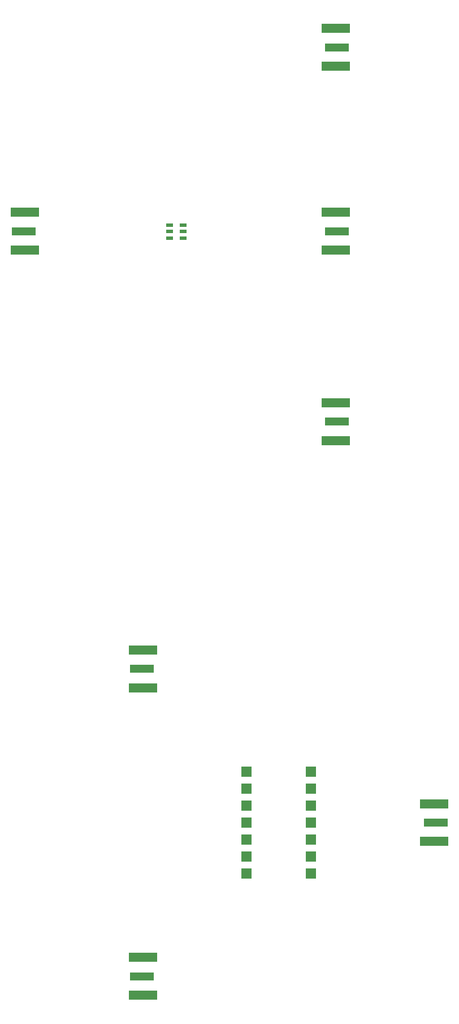
<source format=gbr>
%TF.GenerationSoftware,KiCad,Pcbnew,(5.1.6)-1*%
%TF.CreationDate,2021-12-16T16:10:30-05:00*%
%TF.ProjectId,RFID_PROJECT,52464944-5f50-4524-9f4a-4543542e6b69,c*%
%TF.SameCoordinates,Original*%
%TF.FileFunction,Paste,Top*%
%TF.FilePolarity,Positive*%
%FSLAX46Y46*%
G04 Gerber Fmt 4.6, Leading zero omitted, Abs format (unit mm)*
G04 Created by KiCad (PCBNEW (5.1.6)-1) date 2021-12-16 16:10:30*
%MOMM*%
%LPD*%
G01*
G04 APERTURE LIST*
%ADD10R,1.600000X1.550000*%
%ADD11R,1.070000X0.600000*%
%ADD12R,4.200000X1.350000*%
%ADD13R,3.600000X1.270000*%
G04 APERTURE END LIST*
D10*
%TO.C,U2*%
X118650000Y-157120000D03*
X128350000Y-157120000D03*
X118650000Y-154580000D03*
X128350000Y-154580000D03*
X118650000Y-152040000D03*
X128350000Y-152040000D03*
X118650000Y-149500000D03*
X128350000Y-149500000D03*
X118650000Y-146960000D03*
X128350000Y-146960000D03*
X118650000Y-144420000D03*
X128350000Y-144420000D03*
X118650000Y-141880000D03*
X128350000Y-141880000D03*
%TD*%
D11*
%TO.C,U1*%
X109177501Y-60070000D03*
X107127501Y-60080000D03*
X109177501Y-61060000D03*
X107127501Y-61070000D03*
X109177501Y-62050000D03*
X107127501Y-62060000D03*
%TD*%
D12*
%TO.C,J1*%
X85500000Y-58175000D03*
X85500000Y-63825000D03*
D13*
X85300000Y-61000000D03*
%TD*%
%TO.C,J2*%
X132230001Y-33500000D03*
D12*
X132030001Y-30675000D03*
X132030001Y-36325000D03*
%TD*%
%TO.C,J3*%
X132030001Y-63825000D03*
X132030001Y-58175000D03*
D13*
X132230001Y-61000000D03*
%TD*%
%TO.C,J4*%
X132230001Y-89500000D03*
D12*
X132030001Y-86675000D03*
X132030001Y-92325000D03*
%TD*%
%TO.C,J5*%
X103200000Y-123675000D03*
X103200000Y-129325000D03*
D13*
X103000000Y-126500000D03*
%TD*%
D12*
%TO.C,J6*%
X103200000Y-169675000D03*
X103200000Y-175325000D03*
D13*
X103000000Y-172500000D03*
%TD*%
%TO.C,J7*%
X147000000Y-149500000D03*
D12*
X146800000Y-146675000D03*
X146800000Y-152325000D03*
%TD*%
M02*

</source>
